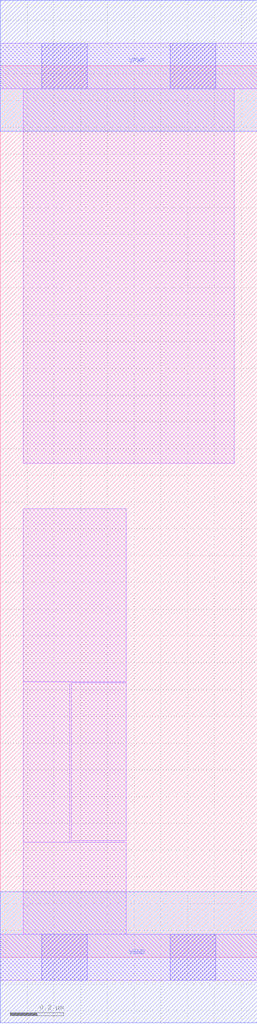
<source format=lef>
# Copyright 2020 The SkyWater PDK Authors
#
# Licensed under the Apache License, Version 2.0 (the "License");
# you may not use this file except in compliance with the License.
# You may obtain a copy of the License at
#
#     https://www.apache.org/licenses/LICENSE-2.0
#
# Unless required by applicable law or agreed to in writing, software
# distributed under the License is distributed on an "AS IS" BASIS,
# WITHOUT WARRANTIES OR CONDITIONS OF ANY KIND, either express or implied.
# See the License for the specific language governing permissions and
# limitations under the License.
#
# SPDX-License-Identifier: Apache-2.0

VERSION 5.7 ;
  NAMESCASESENSITIVE ON ;
  NOWIREEXTENSIONATPIN ON ;
  DIVIDERCHAR "/" ;
  BUSBITCHARS "[]" ;
UNITS
  DATABASE MICRONS 200 ;
END UNITS
MACRO sky130_fd_sc_ls__decaphetap_2
  CLASS BLOCK ;
  FOREIGN sky130_fd_sc_ls__decaphetap_2 ;
  ORIGIN  0.000000  0.000000 ;
  SIZE  0.960000 BY  3.330000 ;
  PIN VGND
    USE GROUND ;
    PORT
      LAYER met1 ;
        RECT 0.000000 -0.245000 0.960000 0.245000 ;
    END
  END VGND
  PIN VPWR
    USE POWER ;
    PORT
      LAYER met1 ;
        RECT 0.000000 3.085000 0.960000 3.575000 ;
    END
  END VPWR
  OBS
    LAYER li1 ;
      RECT 0.000000 -0.085000 0.960000 0.085000 ;
      RECT 0.000000  3.245000 0.960000 3.415000 ;
      RECT 0.085000  0.085000 0.470000 0.430000 ;
      RECT 0.085000  0.430000 0.260000 1.030000 ;
      RECT 0.085000  1.030000 0.470000 1.675000 ;
      RECT 0.085000  1.845000 0.875000 3.245000 ;
      RECT 0.265000  0.435000 0.470000 1.025000 ;
    LAYER mcon ;
      RECT 0.155000 -0.085000 0.325000 0.085000 ;
      RECT 0.155000  3.245000 0.325000 3.415000 ;
      RECT 0.635000 -0.085000 0.805000 0.085000 ;
      RECT 0.635000  3.245000 0.805000 3.415000 ;
  END
END sky130_fd_sc_ls__decaphetap_2
END LIBRARY

</source>
